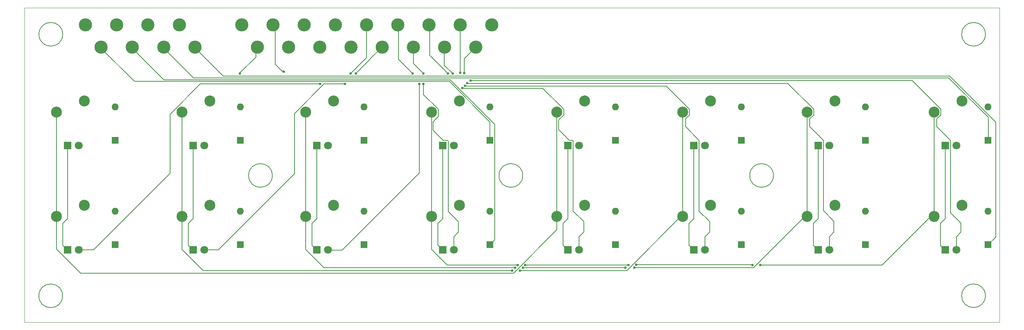
<source format=gbl>
%TF.GenerationSoftware,KiCad,Pcbnew,8.0.6*%
%TF.CreationDate,2024-11-10T21:08:49-06:00*%
%TF.ProjectId,micro_midi,6d696372-6f5f-46d6-9964-692e6b696361,rev?*%
%TF.SameCoordinates,Original*%
%TF.FileFunction,Copper,L2,Bot*%
%TF.FilePolarity,Positive*%
%FSLAX46Y46*%
G04 Gerber Fmt 4.6, Leading zero omitted, Abs format (unit mm)*
G04 Created by KiCad (PCBNEW 8.0.6) date 2024-11-10 21:08:49*
%MOMM*%
%LPD*%
G01*
G04 APERTURE LIST*
%TA.AperFunction,ComponentPad*%
%ADD10C,2.500000*%
%TD*%
%TA.AperFunction,ComponentPad*%
%ADD11R,1.800000X1.800000*%
%TD*%
%TA.AperFunction,ComponentPad*%
%ADD12C,1.800000*%
%TD*%
%TA.AperFunction,ComponentPad*%
%ADD13O,3.000000X3.000000*%
%TD*%
%TA.AperFunction,ComponentPad*%
%ADD14R,1.600000X1.600000*%
%TD*%
%TA.AperFunction,ComponentPad*%
%ADD15O,1.600000X1.600000*%
%TD*%
%TA.AperFunction,ViaPad*%
%ADD16C,0.600000*%
%TD*%
%TA.AperFunction,Conductor*%
%ADD17C,0.200000*%
%TD*%
%ADD18C,0.150000*%
%TA.AperFunction,Profile*%
%ADD19C,0.050000*%
%TD*%
G04 APERTURE END LIST*
D10*
%TO.P,S16,1,1*%
%TO.N,Net-(C3-Pad1)*%
X242993076Y-112901549D03*
%TO.P,S16,2,2*%
%TO.N,Net-(D16-A)*%
X249343076Y-110361549D03*
%TD*%
D11*
%TO.P,D18,1,K*%
%TO.N,Net-(D17-K)*%
X74083076Y-96709049D03*
D12*
%TO.P,D18,2,A*%
%TO.N,Net-(D18-A)*%
X76623076Y-96709049D03*
%TD*%
D13*
%TO.P,C1,1,1*%
%TO.N,Net-(C1-Pad1)*%
X56698076Y-69150049D03*
%TD*%
D11*
%TO.P,D24,1,K*%
%TO.N,Net-(D17-K)*%
X245533076Y-96709049D03*
D12*
%TO.P,D24,2,A*%
%TO.N,Net-(D24-A)*%
X248073076Y-96709049D03*
%TD*%
D11*
%TO.P,D22,1,K*%
%TO.N,Net-(D17-K)*%
X188253076Y-96709049D03*
D12*
%TO.P,D22,2,A*%
%TO.N,Net-(D22-A)*%
X190793076Y-96709049D03*
%TD*%
D11*
%TO.P,D30,1,K*%
%TO.N,Net-(D17-K)*%
X188253076Y-120521549D03*
D12*
%TO.P,D30,2,A*%
%TO.N,Net-(D30-A)*%
X190793076Y-120521549D03*
%TD*%
D13*
%TO.P,L12,1,1*%
%TO.N,Net-(D29-A)*%
X127898076Y-69150049D03*
%TD*%
%TO.P,C2,1,1*%
%TO.N,Net-(C2-Pad1)*%
X63818076Y-69150049D03*
%TD*%
D11*
%TO.P,D19,1,K*%
%TO.N,Net-(D17-K)*%
X102273076Y-96709049D03*
D12*
%TO.P,D19,2,A*%
%TO.N,Net-(D19-A)*%
X104813076Y-96709049D03*
%TD*%
D13*
%TO.P,L2,1,1*%
%TO.N,Net-(D19-A)*%
X92298076Y-69150049D03*
%TD*%
%TO.P,R0,1,1*%
%TO.N,Net-(D1-K)*%
X53138076Y-74230049D03*
%TD*%
D10*
%TO.P,S12,1,1*%
%TO.N,Net-(C3-Pad1)*%
X128433076Y-112901549D03*
%TO.P,S12,2,2*%
%TO.N,Net-(D12-A)*%
X134783076Y-110361549D03*
%TD*%
D13*
%TO.P,L11,1,1*%
%TO.N,Net-(D28-A)*%
X124338076Y-74230049D03*
%TD*%
D11*
%TO.P,D20,1,K*%
%TO.N,Net-(D17-K)*%
X130973076Y-96709049D03*
D12*
%TO.P,D20,2,A*%
%TO.N,Net-(D20-A)*%
X133513076Y-96709049D03*
%TD*%
D13*
%TO.P,L5,1,1*%
%TO.N,Net-(D22-A)*%
X102978076Y-74230049D03*
%TD*%
D11*
%TO.P,D25,1,K*%
%TO.N,Net-(D17-K)*%
X45503076Y-120521549D03*
D12*
%TO.P,D25,2,A*%
%TO.N,Net-(D25-A)*%
X48043076Y-120521549D03*
%TD*%
D10*
%TO.P,S1,1,1*%
%TO.N,Net-(C0-Pad1)*%
X42963076Y-89089049D03*
%TO.P,S1,2,2*%
%TO.N,Net-(D1-A)*%
X49313076Y-86549049D03*
%TD*%
%TO.P,S8,1,1*%
%TO.N,Net-(C3-Pad1)*%
X242993076Y-89089049D03*
%TO.P,S8,2,2*%
%TO.N,Net-(D8-A)*%
X249343076Y-86549049D03*
%TD*%
%TO.P,S10,1,1*%
%TO.N,Net-(C1-Pad1)*%
X71543076Y-112901549D03*
%TO.P,S10,2,2*%
%TO.N,Net-(D10-A)*%
X77893076Y-110361549D03*
%TD*%
D11*
%TO.P,D27,1,K*%
%TO.N,Net-(D17-K)*%
X102273076Y-120521549D03*
D12*
%TO.P,D27,2,A*%
%TO.N,Net-(D27-A)*%
X104813076Y-120521549D03*
%TD*%
D11*
%TO.P,D31,1,K*%
%TO.N,Net-(D17-K)*%
X216573076Y-120521549D03*
D12*
%TO.P,D31,2,A*%
%TO.N,Net-(D31-A)*%
X219113076Y-120521549D03*
%TD*%
D13*
%TO.P,L1,1,1*%
%TO.N,Net-(D18-A)*%
X88738076Y-74230049D03*
%TD*%
%TO.P,L0,1,1*%
%TO.N,Net-(D17-A)*%
X85178076Y-69150049D03*
%TD*%
D10*
%TO.P,S15,1,1*%
%TO.N,Net-(C2-Pad1)*%
X214033076Y-112901549D03*
%TO.P,S15,2,2*%
%TO.N,Net-(D15-A)*%
X220383076Y-110361549D03*
%TD*%
D13*
%TO.P,L10,1,1*%
%TO.N,Net-(D27-A)*%
X120778076Y-69150049D03*
%TD*%
%TO.P,L4,1,1*%
%TO.N,Net-(D21-A)*%
X99418076Y-69150049D03*
%TD*%
%TO.P,C3,1,1*%
%TO.N,Net-(C3-Pad1)*%
X70938076Y-69150049D03*
%TD*%
D10*
%TO.P,S2,1,1*%
%TO.N,Net-(C1-Pad1)*%
X71543076Y-89089049D03*
%TO.P,S2,2,2*%
%TO.N,Net-(D2-A)*%
X77893076Y-86549049D03*
%TD*%
%TO.P,S5,1,1*%
%TO.N,Net-(C0-Pad1)*%
X157013076Y-89089049D03*
%TO.P,S5,2,2*%
%TO.N,Net-(D5-A)*%
X163363076Y-86549049D03*
%TD*%
D13*
%TO.P,L8,1,1*%
%TO.N,Net-(D25-A)*%
X113658076Y-69150049D03*
%TD*%
%TO.P,L13,1,1*%
%TO.N,Net-(D30-A)*%
X131458076Y-74230049D03*
%TD*%
D10*
%TO.P,S7,1,1*%
%TO.N,Net-(C2-Pad1)*%
X214033076Y-89089049D03*
%TO.P,S7,2,2*%
%TO.N,Net-(D7-A)*%
X220383076Y-86549049D03*
%TD*%
D13*
%TO.P,R1,1,1*%
%TO.N,Net-(D10-K)*%
X60258076Y-74230049D03*
%TD*%
%TO.P,L6,1,1*%
%TO.N,Net-(D23-A)*%
X106538076Y-69150049D03*
%TD*%
%TO.P,L7,1,1*%
%TO.N,Net-(D24-A)*%
X110098076Y-74230049D03*
%TD*%
%TO.P,R2,1,1*%
%TO.N,Net-(D5-K)*%
X67378076Y-74230049D03*
%TD*%
D10*
%TO.P,S4,1,1*%
%TO.N,Net-(C3-Pad1)*%
X128433076Y-89089049D03*
%TO.P,S4,2,2*%
%TO.N,Net-(D4-A)*%
X134783076Y-86549049D03*
%TD*%
%TO.P,S13,1,1*%
%TO.N,Net-(C0-Pad1)*%
X157013076Y-112901549D03*
%TO.P,S13,2,2*%
%TO.N,Net-(D13-A)*%
X163363076Y-110361549D03*
%TD*%
D13*
%TO.P,L15,1,1*%
%TO.N,Net-(D32-A)*%
X138578076Y-74230049D03*
%TD*%
%TO.P,GND1,1,1*%
%TO.N,Net-(D17-K)*%
X142138076Y-69150049D03*
%TD*%
D10*
%TO.P,S14,1,1*%
%TO.N,Net-(C1-Pad1)*%
X185713076Y-112901549D03*
%TO.P,S14,2,2*%
%TO.N,Net-(D14-A)*%
X192063076Y-110361549D03*
%TD*%
D13*
%TO.P,C0,1,1*%
%TO.N,Net-(C0-Pad1)*%
X49578076Y-69150049D03*
%TD*%
D10*
%TO.P,S3,1,1*%
%TO.N,Net-(C2-Pad1)*%
X99733076Y-89089049D03*
%TO.P,S3,2,2*%
%TO.N,Net-(D3-A)*%
X106083076Y-86549049D03*
%TD*%
D11*
%TO.P,D28,1,K*%
%TO.N,Net-(D17-K)*%
X130973076Y-120521549D03*
D12*
%TO.P,D28,2,A*%
%TO.N,Net-(D28-A)*%
X133513076Y-120521549D03*
%TD*%
D11*
%TO.P,D26,1,K*%
%TO.N,Net-(D17-K)*%
X74083076Y-120521549D03*
D12*
%TO.P,D26,2,A*%
%TO.N,Net-(D26-A)*%
X76623076Y-120521549D03*
%TD*%
D11*
%TO.P,D21,1,K*%
%TO.N,Net-(D17-K)*%
X159553076Y-96709049D03*
D12*
%TO.P,D21,2,A*%
%TO.N,Net-(D21-A)*%
X162093076Y-96709049D03*
%TD*%
D13*
%TO.P,R3,1,1*%
%TO.N,Net-(D13-K)*%
X74498076Y-74230049D03*
%TD*%
D11*
%TO.P,D23,1,K*%
%TO.N,Net-(D17-K)*%
X216573076Y-96709049D03*
D12*
%TO.P,D23,2,A*%
%TO.N,Net-(D23-A)*%
X219113076Y-96709049D03*
%TD*%
D13*
%TO.P,L14,1,1*%
%TO.N,Net-(D31-A)*%
X135018076Y-69150049D03*
%TD*%
D11*
%TO.P,D17,1,K*%
%TO.N,Net-(D17-K)*%
X45503076Y-96709049D03*
D12*
%TO.P,D17,2,A*%
%TO.N,Net-(D17-A)*%
X48043076Y-96709049D03*
%TD*%
D11*
%TO.P,D32,1,K*%
%TO.N,Net-(D17-K)*%
X245533076Y-120521549D03*
D12*
%TO.P,D32,2,A*%
%TO.N,Net-(D32-A)*%
X248073076Y-120521549D03*
%TD*%
D10*
%TO.P,S9,1,1*%
%TO.N,Net-(C0-Pad1)*%
X42963076Y-112901549D03*
%TO.P,S9,2,2*%
%TO.N,Net-(D9-A)*%
X49313076Y-110361549D03*
%TD*%
%TO.P,S11,1,1*%
%TO.N,Net-(C2-Pad1)*%
X99733076Y-112901549D03*
%TO.P,S11,2,2*%
%TO.N,Net-(D11-A)*%
X106083076Y-110361549D03*
%TD*%
%TO.P,S6,1,1*%
%TO.N,Net-(C1-Pad1)*%
X185713076Y-89089049D03*
%TO.P,S6,2,2*%
%TO.N,Net-(D6-A)*%
X192063076Y-86549049D03*
%TD*%
D13*
%TO.P,L3,1,1*%
%TO.N,Net-(D20-A)*%
X95858076Y-74230049D03*
%TD*%
D11*
%TO.P,D29,1,K*%
%TO.N,Net-(D17-K)*%
X159553076Y-120521549D03*
D12*
%TO.P,D29,2,A*%
%TO.N,Net-(D29-A)*%
X162093076Y-120521549D03*
%TD*%
D13*
%TO.P,L9,1,1*%
%TO.N,Net-(D26-A)*%
X117218076Y-74230049D03*
%TD*%
D14*
%TO.P,D2,1,K*%
%TO.N,Net-(D1-K)*%
X84878076Y-95536549D03*
D15*
%TO.P,D2,2,A*%
%TO.N,Net-(D2-A)*%
X84878076Y-87916549D03*
%TD*%
D14*
%TO.P,D7,1,K*%
%TO.N,Net-(D5-K)*%
X227378076Y-95536549D03*
D15*
%TO.P,D7,2,A*%
%TO.N,Net-(D7-A)*%
X227378076Y-87916549D03*
%TD*%
D14*
%TO.P,D9,1,K*%
%TO.N,Net-(D10-K)*%
X56298076Y-119349049D03*
D15*
%TO.P,D9,2,A*%
%TO.N,Net-(D9-A)*%
X56298076Y-111729049D03*
%TD*%
D14*
%TO.P,D1,1,K*%
%TO.N,Net-(D1-K)*%
X56298076Y-95536549D03*
D15*
%TO.P,D1,2,A*%
%TO.N,Net-(D1-A)*%
X56298076Y-87916549D03*
%TD*%
D14*
%TO.P,D5,1,K*%
%TO.N,Net-(D5-K)*%
X170348076Y-95536549D03*
D15*
%TO.P,D5,2,A*%
%TO.N,Net-(D5-A)*%
X170348076Y-87916549D03*
%TD*%
D14*
%TO.P,D10,1,K*%
%TO.N,Net-(D10-K)*%
X84878076Y-119349049D03*
D15*
%TO.P,D10,2,A*%
%TO.N,Net-(D10-A)*%
X84878076Y-111729049D03*
%TD*%
D14*
%TO.P,D15,1,K*%
%TO.N,Net-(D13-K)*%
X227378076Y-119349049D03*
D15*
%TO.P,D15,2,A*%
%TO.N,Net-(D15-A)*%
X227378076Y-111729049D03*
%TD*%
D14*
%TO.P,D8,1,K*%
%TO.N,Net-(D5-K)*%
X255328076Y-95536549D03*
D15*
%TO.P,D8,2,A*%
%TO.N,Net-(D8-A)*%
X255328076Y-87916549D03*
%TD*%
D14*
%TO.P,D3,1,K*%
%TO.N,Net-(D1-K)*%
X113068076Y-95536549D03*
D15*
%TO.P,D3,2,A*%
%TO.N,Net-(D3-A)*%
X113068076Y-87916549D03*
%TD*%
D14*
%TO.P,D4,1,K*%
%TO.N,Net-(D1-K)*%
X141768076Y-95536549D03*
D15*
%TO.P,D4,2,A*%
%TO.N,Net-(D4-A)*%
X141768076Y-87916549D03*
%TD*%
D14*
%TO.P,D13,1,K*%
%TO.N,Net-(D13-K)*%
X170348076Y-119349049D03*
D15*
%TO.P,D13,2,A*%
%TO.N,Net-(D13-A)*%
X170348076Y-111729049D03*
%TD*%
D14*
%TO.P,D6,1,K*%
%TO.N,Net-(D5-K)*%
X199048076Y-95536549D03*
D15*
%TO.P,D6,2,A*%
%TO.N,Net-(D6-A)*%
X199048076Y-87916549D03*
%TD*%
D14*
%TO.P,D16,1,K*%
%TO.N,Net-(D13-K)*%
X255328076Y-119349049D03*
D15*
%TO.P,D16,2,A*%
%TO.N,Net-(D16-A)*%
X255328076Y-111729049D03*
%TD*%
D14*
%TO.P,D11,1,K*%
%TO.N,Net-(D10-K)*%
X113068076Y-119349049D03*
D15*
%TO.P,D11,2,A*%
%TO.N,Net-(D11-A)*%
X113068076Y-111729049D03*
%TD*%
D14*
%TO.P,D14,1,K*%
%TO.N,Net-(D13-K)*%
X199048076Y-119349049D03*
D15*
%TO.P,D14,2,A*%
%TO.N,Net-(D14-A)*%
X199048076Y-111729049D03*
%TD*%
D14*
%TO.P,D12,1,K*%
%TO.N,Net-(D10-K)*%
X141768076Y-119349049D03*
D15*
%TO.P,D12,2,A*%
%TO.N,Net-(D12-A)*%
X141768076Y-111729049D03*
%TD*%
D16*
%TO.N,Net-(D18-A)*%
X84803076Y-80290566D03*
%TO.N,Net-(D19-A)*%
X94781887Y-79844874D03*
%TO.N,Net-(D25-A)*%
X103090999Y-82690566D03*
X109989007Y-80290566D03*
%TO.N,Net-(D26-A)*%
X108775952Y-82690566D03*
X111173711Y-80290566D03*
%TO.N,Net-(D27-A)*%
X125695950Y-82690566D03*
X124149681Y-80290566D03*
%TO.N,Net-(D28-A)*%
X126631568Y-82690566D03*
X126624183Y-80290566D03*
%TO.N,Net-(D29-A)*%
X132169477Y-80290566D03*
X135475726Y-83596816D03*
%TO.N,Net-(D30-A)*%
X133295138Y-80290566D03*
X136071361Y-83062753D03*
%TO.N,Net-(D31-A)*%
X134983076Y-80115560D03*
X136630468Y-82490566D03*
%TO.N,Net-(D32-A)*%
X137329627Y-81891688D03*
X135893076Y-80153052D03*
%TO.N,Net-(C1-Pad1)*%
X148603634Y-125194829D03*
X146836941Y-125194829D03*
%TO.N,Net-(C2-Pad1)*%
X174676972Y-124583420D03*
X172696421Y-124576635D03*
X149270827Y-124576635D03*
X147515676Y-124585752D03*
%TO.N,Net-(C3-Pad1)*%
X175097734Y-123903008D03*
X148140258Y-123961204D03*
X203353950Y-123966793D03*
X149837283Y-123961204D03*
X201597660Y-123965185D03*
X173332142Y-123963431D03*
%TD*%
D17*
%TO.N,Net-(D18-A)*%
X84803076Y-80290566D02*
X84803076Y-80145253D01*
X88403847Y-74564278D02*
X88738076Y-74230049D01*
X88403847Y-76544482D02*
X88403847Y-74564278D01*
X84803076Y-80145253D02*
X88403847Y-76544482D01*
%TO.N,Net-(D19-A)*%
X94781887Y-79844874D02*
X94508510Y-79844874D01*
X92853770Y-78190134D02*
X92853770Y-69705743D01*
X94508510Y-79844874D02*
X92853770Y-78190134D01*
X92853770Y-69705743D02*
X92298076Y-69150049D01*
%TO.N,Net-(D25-A)*%
X109989007Y-80282275D02*
X113663076Y-76608206D01*
X51409781Y-120521549D02*
X48043076Y-120521549D01*
X68873434Y-103057896D02*
X51409781Y-120521549D01*
X68873434Y-89566659D02*
X68873434Y-103057896D01*
X75749527Y-82690566D02*
X68873434Y-89566659D01*
X113663076Y-76608206D02*
X113663076Y-69155049D01*
X103090999Y-82690566D02*
X75749527Y-82690566D01*
X113663076Y-69155049D02*
X113658076Y-69150049D01*
X109989007Y-80290566D02*
X109989007Y-80282275D01*
%TO.N,Net-(D26-A)*%
X79839790Y-120521549D02*
X76623076Y-120521549D01*
X114422192Y-77044506D02*
X114430221Y-77044506D01*
X111176132Y-80290566D02*
X114422192Y-77044506D01*
X103939527Y-82690566D02*
X97238076Y-89392017D01*
X108775952Y-82690566D02*
X103939527Y-82690566D01*
X111173711Y-80290566D02*
X111176132Y-80290566D01*
X114430221Y-77017904D02*
X117218076Y-74230049D01*
X97238076Y-89392017D02*
X97238076Y-103123263D01*
X97238076Y-103123263D02*
X79839790Y-120521549D01*
X114430221Y-77044506D02*
X114430221Y-77017904D01*
%TO.N,Net-(D27-A)*%
X125702922Y-102932646D02*
X108043670Y-120591898D01*
X125702922Y-82697538D02*
X125702922Y-102932646D01*
X125695950Y-82690566D02*
X125702922Y-82697538D01*
X104883425Y-120591898D02*
X104813076Y-120521549D01*
X120895592Y-77036477D02*
X120895592Y-69267565D01*
X124149681Y-80290566D02*
X120895592Y-77036477D01*
X108043670Y-120591898D02*
X104883425Y-120591898D01*
X120895592Y-69267565D02*
X120778076Y-69150049D01*
%TO.N,Net-(D28-A)*%
X129983076Y-88447017D02*
X129983076Y-90123730D01*
X124285547Y-77951930D02*
X124285547Y-74282578D01*
X126613327Y-82708807D02*
X126613327Y-85077268D01*
X132173076Y-95509049D02*
X132313076Y-95649049D01*
X132313076Y-95649049D02*
X132313076Y-111799049D01*
X129983076Y-90123730D02*
X128833076Y-91273730D01*
X131117305Y-95509049D02*
X132173076Y-95509049D01*
X133513076Y-117494951D02*
X133513076Y-120521549D01*
X134593076Y-116414951D02*
X133513076Y-117494951D01*
X126631568Y-82690566D02*
X126613327Y-82708807D01*
X124285547Y-74282578D02*
X124338076Y-74230049D01*
X128833076Y-91273730D02*
X128833076Y-93224820D01*
X128833076Y-93224820D02*
X131117305Y-95509049D01*
X126613327Y-85077268D02*
X129983076Y-88447017D01*
X126624183Y-80290566D02*
X124285547Y-77951930D01*
X134593076Y-114079049D02*
X134593076Y-116414951D01*
X132313076Y-111799049D02*
X134593076Y-114079049D01*
%TO.N,Net-(D29-A)*%
X153778812Y-83662753D02*
X158563076Y-88447017D01*
X162093076Y-117494951D02*
X162093076Y-120521549D01*
X135541663Y-83662753D02*
X153778812Y-83662753D01*
X163173076Y-116414951D02*
X162093076Y-117494951D01*
X158563076Y-88447017D02*
X158563076Y-89731081D01*
X160753076Y-95509049D02*
X160753076Y-111656876D01*
X157413076Y-90881081D02*
X157413076Y-93041132D01*
X158563076Y-89731081D02*
X157413076Y-90881081D01*
X128015321Y-76136410D02*
X128015321Y-69267294D01*
X132169477Y-80290566D02*
X128015321Y-76136410D01*
X135475726Y-83596816D02*
X135541663Y-83662753D01*
X128015321Y-69267294D02*
X127898076Y-69150049D01*
X160753076Y-111656876D02*
X163173076Y-114076876D01*
X159880993Y-95509049D02*
X160753076Y-95509049D01*
X157413076Y-93041132D02*
X159880993Y-95509049D01*
X163173076Y-114076876D02*
X163173076Y-116414951D01*
%TO.N,Net-(D30-A)*%
X191873076Y-116414951D02*
X190793076Y-117494951D01*
X187263076Y-89731081D02*
X186355108Y-90639049D01*
X136146498Y-83137890D02*
X181953949Y-83137890D01*
X131375503Y-74312622D02*
X131458076Y-74230049D01*
X190793076Y-117494951D02*
X190793076Y-120521549D01*
X181953949Y-83137890D02*
X187263076Y-88447017D01*
X191873076Y-114082423D02*
X191873076Y-116414951D01*
X189453076Y-111662423D02*
X191873076Y-114082423D01*
X186355108Y-90639049D02*
X186355108Y-92411081D01*
X186355108Y-92411081D02*
X189453076Y-95509049D01*
X187263076Y-88447017D02*
X187263076Y-89731081D01*
X133295138Y-80290566D02*
X133260696Y-80290566D01*
X136071361Y-83062753D02*
X136146498Y-83137890D01*
X189453076Y-95509049D02*
X189453076Y-111662423D01*
X131375503Y-78405373D02*
X131375503Y-74312622D01*
X133260696Y-80290566D02*
X131375503Y-78405373D01*
%TO.N,Net-(D31-A)*%
X136683445Y-82543543D02*
X209679602Y-82543543D01*
X214675108Y-92411081D02*
X217773076Y-95509049D01*
X134983076Y-80115560D02*
X134983076Y-69185049D01*
X220193076Y-113977222D02*
X220193076Y-116414951D01*
X217773076Y-111557222D02*
X220193076Y-113977222D01*
X209679602Y-82543543D02*
X215583076Y-88447017D01*
X220193076Y-116414951D02*
X219113076Y-117494951D01*
X136630468Y-82490566D02*
X136683445Y-82543543D01*
X134983076Y-69185049D02*
X135018076Y-69150049D01*
X219113076Y-117494951D02*
X219113076Y-120521549D01*
X214675108Y-90639049D02*
X214675108Y-92411081D01*
X217773076Y-95509049D02*
X217773076Y-111557222D01*
X215583076Y-88447017D02*
X215583076Y-89731081D01*
X215583076Y-89731081D02*
X214675108Y-90639049D01*
%TO.N,Net-(D32-A)*%
X244543076Y-88447017D02*
X244543076Y-89731081D01*
X243635108Y-90639049D02*
X243635108Y-92411081D01*
X238018474Y-81922415D02*
X244543076Y-88447017D01*
X137360354Y-81922415D02*
X238018474Y-81922415D01*
X246733076Y-112003552D02*
X249153076Y-114423552D01*
X249153076Y-114423552D02*
X249153076Y-116414951D01*
X246733076Y-95509049D02*
X246733076Y-112003552D01*
X244543076Y-89731081D02*
X243635108Y-90639049D01*
X248073076Y-117494951D02*
X248073076Y-120521549D01*
X137329627Y-81891688D02*
X137360354Y-81922415D01*
X135893076Y-80153052D02*
X135893076Y-76915049D01*
X243635108Y-92411081D02*
X246733076Y-95509049D01*
X135893076Y-76915049D02*
X138578076Y-74230049D01*
X249153076Y-116414951D02*
X248073076Y-117494951D01*
%TO.N,Net-(C0-Pad1)*%
X157013076Y-115936882D02*
X157013076Y-112901549D01*
X48420627Y-125798671D02*
X147151287Y-125798671D01*
X42963076Y-120341120D02*
X48420627Y-125798671D01*
X157013076Y-89089049D02*
X157013076Y-112901549D01*
X42963076Y-112901549D02*
X42963076Y-89089049D01*
X42963076Y-112901549D02*
X42963076Y-120341120D01*
X147151287Y-125798671D02*
X157013076Y-115936882D01*
%TO.N,Net-(D1-K)*%
X60698593Y-82090566D02*
X53138076Y-74530049D01*
X141768076Y-91342017D02*
X132516625Y-82090566D01*
X132516625Y-82090566D02*
X60698593Y-82090566D01*
X53138076Y-74530049D02*
X53138076Y-74230049D01*
X141768076Y-95536549D02*
X141768076Y-91342017D01*
%TO.N,Net-(D5-K)*%
X255363076Y-90294049D02*
X246359593Y-81290566D01*
X246359593Y-81290566D02*
X74167366Y-81290566D01*
X255363076Y-95536549D02*
X255363076Y-90294049D01*
X74167366Y-81290566D02*
X67378076Y-74501276D01*
X67378076Y-74501276D02*
X67378076Y-74230049D01*
%TO.N,Net-(D10-K)*%
X60258076Y-74548639D02*
X60258076Y-74230049D01*
X142868076Y-91876331D02*
X132682311Y-81690566D01*
X141768076Y-119349049D02*
X142868076Y-118249049D01*
X142868076Y-118249049D02*
X142868076Y-91876331D01*
X132682311Y-81690566D02*
X67400003Y-81690566D01*
X67400003Y-81690566D02*
X60258076Y-74548639D01*
%TO.N,Net-(D13-K)*%
X257053076Y-117624049D02*
X255328076Y-119349049D01*
X257053076Y-91334049D02*
X257053076Y-117624049D01*
X80989593Y-80890566D02*
X246609593Y-80890566D01*
X74498076Y-74230049D02*
X74498076Y-74399049D01*
X246609593Y-80890566D02*
X257053076Y-91334049D01*
X74498076Y-74399049D02*
X80989593Y-80890566D01*
%TO.N,Net-(D17-K)*%
X187173076Y-114468147D02*
X187173076Y-119441549D01*
X74083076Y-113388147D02*
X73003076Y-114468147D01*
X215493076Y-119441549D02*
X216573076Y-120521549D01*
X101193076Y-114468147D02*
X101193076Y-119441549D01*
X187173076Y-119441549D02*
X188253076Y-120521549D01*
X73003076Y-114468147D02*
X73003076Y-119441549D01*
X129893076Y-114468147D02*
X129893076Y-119441549D01*
X129893076Y-119441549D02*
X130973076Y-120521549D01*
X44423076Y-114468147D02*
X44423076Y-119441549D01*
X130973076Y-113388147D02*
X129893076Y-114468147D01*
X245533076Y-113388147D02*
X244453076Y-114468147D01*
X45503076Y-96709049D02*
X45503076Y-113388147D01*
X102273076Y-113388147D02*
X101193076Y-114468147D01*
X45503076Y-113388147D02*
X44423076Y-114468147D01*
X188253076Y-96709049D02*
X188253076Y-113388147D01*
X102273076Y-96709049D02*
X102273076Y-113388147D01*
X159553076Y-113388147D02*
X158473076Y-114468147D01*
X158473076Y-119441549D02*
X159553076Y-120521549D01*
X73003076Y-119441549D02*
X74083076Y-120521549D01*
X244453076Y-114468147D02*
X244453076Y-119441549D01*
X158473076Y-114468147D02*
X158473076Y-119441549D01*
X188253076Y-113388147D02*
X187173076Y-114468147D01*
X74083076Y-96709049D02*
X74083076Y-113388147D01*
X216573076Y-113388147D02*
X215493076Y-114468147D01*
X216573076Y-96709049D02*
X216573076Y-113388147D01*
X130973076Y-96709049D02*
X130973076Y-113388147D01*
X215493076Y-114468147D02*
X215493076Y-119441549D01*
X244453076Y-119441549D02*
X245533076Y-120521549D01*
X245533076Y-96709049D02*
X245533076Y-113388147D01*
X44423076Y-119441549D02*
X45503076Y-120521549D01*
X159553076Y-96709049D02*
X159553076Y-113388147D01*
X101193076Y-119441549D02*
X102273076Y-120521549D01*
%TO.N,Net-(C1-Pad1)*%
X185250664Y-112901549D02*
X172957384Y-125194829D01*
X76356356Y-125194829D02*
X146836941Y-125194829D01*
X71543076Y-112901549D02*
X71543076Y-120381549D01*
X71543076Y-120381549D02*
X76356356Y-125194829D01*
X185713076Y-112901549D02*
X185250664Y-112901549D01*
X71543076Y-89089049D02*
X71543076Y-112901549D01*
X185713076Y-89089049D02*
X185713076Y-112901549D01*
X172957384Y-125194829D02*
X148603634Y-125194829D01*
%TO.N,Net-(C2-Pad1)*%
X201907028Y-124565185D02*
X213570664Y-112901549D01*
X213570664Y-112901549D02*
X214033076Y-112901549D01*
X174676972Y-124583420D02*
X174695207Y-124565185D01*
X174695207Y-124565185D02*
X201907028Y-124565185D01*
X99733076Y-112901549D02*
X99733076Y-120381549D01*
X214033076Y-89089049D02*
X214033076Y-112901549D01*
X99733076Y-120381549D02*
X103937279Y-124585752D01*
X103937279Y-124585752D02*
X147515676Y-124585752D01*
X99733076Y-89089049D02*
X99733076Y-112901549D01*
X172696421Y-124576635D02*
X149270827Y-124576635D01*
%TO.N,Net-(C3-Pad1)*%
X128433076Y-120381549D02*
X128433076Y-112901549D01*
X201535483Y-123903008D02*
X201597660Y-123965185D01*
X148135699Y-123965763D02*
X132017290Y-123965763D01*
X175097734Y-123903008D02*
X201535483Y-123903008D01*
X148140258Y-123961204D02*
X148135699Y-123965763D01*
X173329915Y-123961204D02*
X149837283Y-123961204D01*
X242993076Y-89089049D02*
X242993076Y-112901549D01*
X128433076Y-89089049D02*
X128433076Y-112901549D01*
X173332142Y-123963431D02*
X173329915Y-123961204D01*
X132017290Y-123965763D02*
X128433076Y-120381549D01*
X242214764Y-112901549D02*
X242993076Y-112901549D01*
X231149520Y-123966793D02*
X242214764Y-112901549D01*
X203353950Y-123966793D02*
X231149520Y-123966793D01*
%TD*%
D18*
%TO.C,REF\u002A\u002A*%
X206383076Y-103535549D02*
G75*
G02*
X200983076Y-103535549I-2700000J0D01*
G01*
X200983076Y-103535549D02*
G75*
G02*
X206383076Y-103535549I2700000J0D01*
G01*
X149233076Y-103535549D02*
G75*
G02*
X143833076Y-103535549I-2700000J0D01*
G01*
X143833076Y-103535549D02*
G75*
G02*
X149233076Y-103535549I2700000J0D01*
G01*
X92148076Y-103535549D02*
G75*
G02*
X86748076Y-103535549I-2700000J0D01*
G01*
X86748076Y-103535549D02*
G75*
G02*
X92148076Y-103535549I2700000J0D01*
G01*
X44363076Y-71334049D02*
G75*
G02*
X38963076Y-71334049I-2700000J0D01*
G01*
X38963076Y-71334049D02*
G75*
G02*
X44363076Y-71334049I2700000J0D01*
G01*
X254703076Y-71334049D02*
G75*
G02*
X249303076Y-71334049I-2700000J0D01*
G01*
X249303076Y-71334049D02*
G75*
G02*
X254703076Y-71334049I2700000J0D01*
G01*
X254703076Y-130966049D02*
G75*
G02*
X249303076Y-130966049I-2700000J0D01*
G01*
X249303076Y-130966049D02*
G75*
G02*
X254703076Y-130966049I2700000J0D01*
G01*
X44343076Y-130986049D02*
G75*
G02*
X38943076Y-130986049I-2700000J0D01*
G01*
X38943076Y-130986049D02*
G75*
G02*
X44343076Y-130986049I2700000J0D01*
G01*
%TD*%
D19*
X35663076Y-65334049D02*
X257913076Y-65334049D01*
X257913076Y-136966049D01*
X35663076Y-136966049D01*
X35663076Y-65334049D01*
M02*

</source>
